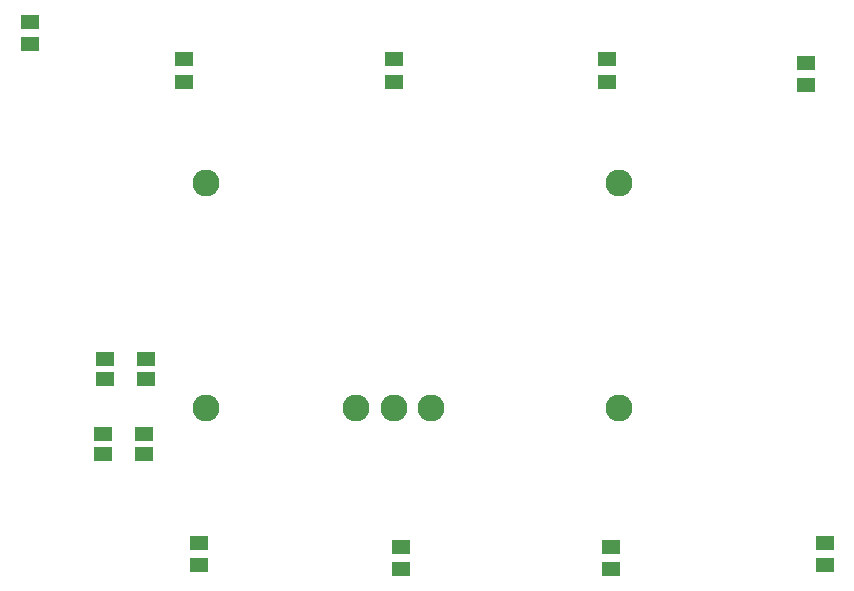
<source format=gtp>
G75*
%MOIN*%
%OFA0B0*%
%FSLAX24Y24*%
%IPPOS*%
%LPD*%
%AMOC8*
5,1,8,0,0,1.08239X$1,22.5*
%
%ADD10R,0.0630X0.0512*%
%ADD11C,0.0900*%
%ADD12R,0.0591X0.0512*%
D10*
X006333Y023709D03*
X006333Y024457D03*
D11*
X012208Y019083D03*
X012208Y011583D03*
X017208Y011583D03*
X018458Y011583D03*
X019708Y011583D03*
X025958Y011583D03*
X025958Y019083D03*
D12*
X011958Y006334D03*
X011958Y007082D03*
X010146Y010061D03*
X010146Y010730D03*
X008771Y010730D03*
X008771Y010061D03*
X008833Y012561D03*
X008833Y013230D03*
X010208Y013230D03*
X010208Y012561D03*
X018708Y006957D03*
X018708Y006209D03*
X025708Y006209D03*
X025708Y006957D03*
X032833Y007082D03*
X032833Y006334D03*
X032208Y022334D03*
X032208Y023082D03*
X025583Y023207D03*
X025583Y022459D03*
X018458Y022459D03*
X018458Y023207D03*
X011458Y023207D03*
X011458Y022459D03*
M02*

</source>
